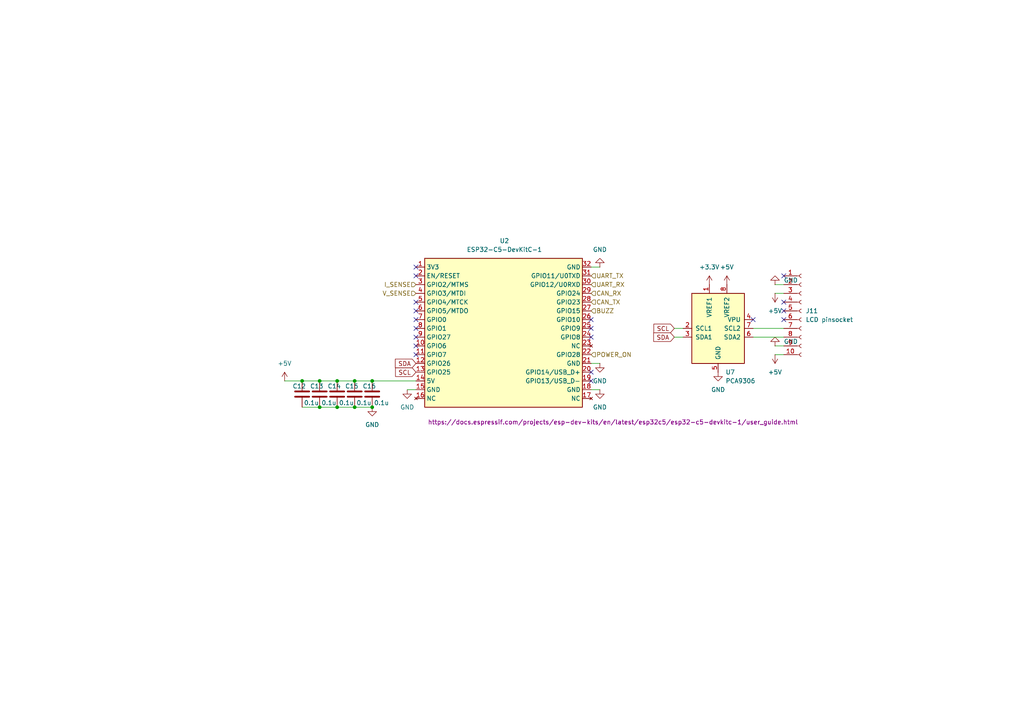
<source format=kicad_sch>
(kicad_sch (version 20250114) (generator "eeschema") (generator_version "9.0")
  (paper "A4")
  (lib_symbols
    (symbol "Connector:Conn_01x10_Socket" (pin_names (offset 1.016) (hide yes))
      (property "Reference" "J" (at 0 12.7 0))
      (property "Value" "Conn_01x10_Socket" (at 0 -15.24 0))
      (symbol "Conn_01x10_Socket_1_1"
        (polyline (pts (xy -1.27 10.16) (xy -0.508 10.16)) (stroke (width 0.1524)))
        (polyline (pts (xy -1.27 7.62) (xy -0.508 7.62)) (stroke (width 0.1524)))
        (polyline (pts (xy -1.27 5.08) (xy -0.508 5.08)) (stroke (width 0.1524)))
        (polyline (pts (xy -1.27 2.54) (xy -0.508 2.54)) (stroke (width 0.1524)))
        (polyline (pts (xy -1.27 0) (xy -0.508 0)) (stroke (width 0.1524)))
        (polyline (pts (xy -1.27 -2.54) (xy -0.508 -2.54)) (stroke (width 0.1524)))
        (polyline (pts (xy -1.27 -5.08) (xy -0.508 -5.08)) (stroke (width 0.1524)))
        (polyline (pts (xy -1.27 -7.62) (xy -0.508 -7.62)) (stroke (width 0.1524)))
        (polyline (pts (xy -1.27 -10.16) (xy -0.508 -10.16)) (stroke (width 0.1524)))
        (polyline (pts (xy -1.27 -12.7) (xy -0.508 -12.7)) (stroke (width 0.1524)))
        (arc (start 0 9.652) (mid -0.5058 10.16) (end 0 10.668) (stroke (width 0.1524)))
        (arc (start 0 7.112) (mid -0.5058 7.62) (end 0 8.128) (stroke (width 0.1524)))
        (arc (start 0 4.572) (mid -0.5058 5.08) (end 0 5.588) (stroke (width 0.1524)))
        (arc (start 0 2.032) (mid -0.5058 2.54) (end 0 3.048) (stroke (width 0.1524)))
        (arc (start 0 -0.508) (mid -0.5058 0) (end 0 0.508) (stroke (width 0.1524)))
        (arc (start 0 -3.048) (mid -0.5058 -2.54) (end 0 -2.032) (stroke (width 0.1524)))
        (arc (start 0 -5.588) (mid -0.5058 -5.08) (end 0 -4.572) (stroke (width 0.1524)))
        (arc (start 0 -8.128) (mid -0.5058 -7.62) (end 0 -7.112) (stroke (width 0.1524)))
        (arc (start 0 -10.668) (mid -0.5058 -10.16) (end 0 -9.652) (stroke (width 0.1524)))
        (arc (start 0 -13.208) (mid -0.5058 -12.7) (end 0 -12.192) (stroke (width 0.1524)))
        (pin passive line (at -5.08 10.16 0) (length 3.81) (name "Pin_1") (number "1"))
        (pin passive line (at -5.08 7.62 0) (length 3.81) (name "Pin_2") (number "2"))
        (pin passive line (at -5.08 5.08 0) (length 3.81) (name "Pin_3") (number "3"))
        (pin passive line (at -5.08 2.54 0) (length 3.81) (name "Pin_4") (number "4"))
        (pin passive line (at -5.08 0 0) (length 3.81) (name "Pin_5") (number "5"))
        (pin passive line (at -5.08 -2.54 0) (length 3.81) (name "Pin_6") (number "6"))
        (pin passive line (at -5.08 -5.08 0) (length 3.81) (name "Pin_7") (number "7"))
        (pin passive line (at -5.08 -7.62 0) (length 3.81) (name "Pin_8") (number "8"))
        (pin passive line (at -5.08 -10.16 0) (length 3.81) (name "Pin_9") (number "9"))
        (pin passive line (at -5.08 -12.7 0) (length 3.81) (name "Pin_10") (number "10"))
      )
    )
    (symbol "Device:C" (pin_numbers (hide yes)) (pin_names (offset 0.254))
      (property "Reference" "C" (at 0.635 2.54 0))
      (property "Value" "C" (at 0.635 -2.54 0))
      (symbol "C_0_1"
        (polyline (pts (xy -2.032 0.762) (xy 2.032 0.762)) (stroke (width 0.508)))
        (polyline (pts (xy -2.032 -0.762) (xy 2.032 -0.762)) (stroke (width 0.508)))
      )
      (symbol "C_1_1"
        (pin passive line (at 0 3.81 270) (length 2.794) (name "~") (number "1"))
        (pin passive line (at 0 -3.81 90) (length 2.794) (name "~") (number "2"))
      )
    )
    (symbol "Espressif:ESP32-C5-DevKitC-1"
      (property "Reference" "U" (at -22.352 -0.254 0))
      (property "Value" "ESP32-C5-DevKitC-1" (at -11.938 -2.286 0))
      (property "Datasheet" "https://docs.espressif.com/projects/esp-dev-kits/en/latest/esp32c5/esp32-c5-devkitc-1/user_guide.html" (at 2.032 -54.61 0))
      (symbol "ESP32-C5-DevKitC-1_0_1"
        (rectangle (start -22.86 -3.81) (end 22.86 -46.99) (stroke (width 0.254)) (fill (type background)))
      )
      (symbol "ESP32-C5-DevKitC-1_1_0"
        (pin input line (at -25.4 -8.89 0) (length 2.54) (name "EN/RESET") (number "2"))
        (pin power_in line (at -25.4 -39.37 0) (length 2.54) (name "5V") (number "14"))
      )
      (symbol "ESP32-C5-DevKitC-1_1_1"
        (pin power_in line (at -25.4 -6.35 0) (length 2.54) (name "3V3") (number "1"))
        (pin bidirectional line (at -25.4 -11.43 0) (length 2.54) (name "GPIO2/MTMS") (number "3"))
        (pin bidirectional line (at -25.4 -13.97 0) (length 2.54) (name "GPIO3/MTDI") (number "4"))
        (pin bidirectional line (at -25.4 -16.51 0) (length 2.54) (name "GPIO4/MTCK") (number "5"))
        (pin bidirectional line (at -25.4 -19.05 0) (length 2.54) (name "GPIO5/MTDO") (number "6"))
        (pin bidirectional line (at -25.4 -21.59 0) (length 2.54) (name "GPIO0") (number "7"))
        (pin bidirectional line (at -25.4 -24.13 0) (length 2.54) (name "GPIO1") (number "8"))
        (pin bidirectional line (at -25.4 -26.67 0) (length 2.54) (name "GPIO27") (number "9"))
        (pin bidirectional line (at -25.4 -29.21 0) (length 2.54) (name "GPIO6") (number "10"))
        (pin bidirectional line (at -25.4 -31.75 0) (length 2.54) (name "GPIO7") (number "11"))
        (pin bidirectional line (at -25.4 -34.29 0) (length 2.54) (name "GPIO26") (number "12"))
        (pin bidirectional line (at -25.4 -36.83 0) (length 2.54) (name "GPIO25") (number "13"))
        (pin power_in line (at -25.4 -41.91 0) (length 2.54) (name "GND") (number "15"))
        (pin no_connect line (at -25.4 -44.45 0) (length 2.54) (name "NC") (number "16"))
        (pin power_in line (at 25.4 -6.35 180) (length 2.54) (name "GND") (number "32"))
        (pin bidirectional line (at 25.4 -8.89 180) (length 2.54) (name "GPIO11/U0TXD") (number "31"))
        (pin bidirectional line (at 25.4 -11.43 180) (length 2.54) (name "GPIO12/U0RXD") (number "30"))
        (pin bidirectional line (at 25.4 -13.97 180) (length 2.54) (name "GPIO24") (number "29"))
        (pin bidirectional line (at 25.4 -16.51 180) (length 2.54) (name "GPIO23") (number "28"))
        (pin bidirectional line (at 25.4 -19.05 180) (length 2.54) (name "GPIO15") (number "27"))
        (pin bidirectional line (at 25.4 -21.59 180) (length 2.54) (name "GPIO10") (number "26"))
        (pin bidirectional line (at 25.4 -24.13 180) (length 2.54) (name "GPIO9") (number "25"))
        (pin bidirectional line (at 25.4 -26.67 180) (length 2.54) (name "GPIO8") (number "24"))
        (pin no_connect line (at 25.4 -29.21 180) (length 2.54) (name "NC") (number "23"))
        (pin bidirectional line (at 25.4 -31.75 180) (length 2.54) (name "GPIO28") (number "22"))
        (pin power_in line (at 25.4 -34.29 180) (length 2.54) (name "GND") (number "21"))
        (pin bidirectional line (at 25.4 -36.83 180) (length 2.54) (name "GPIO14/USB_D+") (number "20"))
        (pin bidirectional line (at 25.4 -39.37 180) (length 2.54) (name "GPIO13/USB_D-") (number "19"))
        (pin power_in line (at 25.4 -41.91 180) (length 2.54) (name "GND") (number "18"))
        (pin no_connect line (at 25.4 -44.45 180) (length 2.54) (name "NC") (number "17"))
      )
    )
    (symbol "Interface:PCA9306" (pin_names (offset 1.016))
      (property "Reference" "U7" (at 2.1433 -12.7 0))
      (property "Value" "PCA9306" (at 2.1433 -15.24 0))
      (symbol "PCA9306_0_1"
        (rectangle (start -7.62 10.16) (end 7.62 -10.16) (stroke (width 0.254)) (fill (type background)))
      )
      (symbol "PCA9306_1_1"
        (pin bidirectional line (at -10.16 0 0) (length 2.54) (name "SCL1") (number "2"))
        (pin bidirectional line (at -10.16 -2.54 0) (length 2.54) (name "SDA1") (number "3"))
        (pin power_in line (at -2.54 12.7 270) (length 2.54) (name "VREF1") (number "1"))
        (pin power_in line (at 0 -12.7 90) (length 2.54) (name "GND") (number "5"))
        (pin power_in line (at 2.54 12.7 270) (length 2.54) (name "VREF2") (number "8"))
        (pin input line (at 10.16 2.54 180) (length 2.54) (name "VPU") (number "4"))
        (pin bidirectional line (at 10.16 0 180) (length 2.54) (name "SCL2") (number "7"))
        (pin bidirectional line (at 10.16 -2.54 180) (length 2.54) (name "SDA2") (number "6"))
      )
    )
    (symbol "power:+3.3V" (power) (pin_numbers (hide yes)) (pin_names (offset 0) (hide yes))
      (property "Value" "+3.3V" (at 0 3.556 0))
      (symbol "+3.3V_0_1"
        (polyline (pts (xy -0.762 1.27) (xy 0 2.54)))
        (polyline (pts (xy 0 2.54) (xy 0.762 1.27)))
        (polyline (pts (xy 0 0) (xy 0 2.54)))
      )
      (symbol "+3.3V_1_1"
        (pin power_in line (at 0 0 90) (length 0) (name "~") (number "1"))
      )
    )
    (symbol "power:+5V" (power) (pin_numbers (hide yes)) (pin_names (offset 0) (hide yes))
      (property "Value" "+5V" (at 0 3.556 0))
      (symbol "+5V_0_1"
        (polyline (pts (xy -0.762 1.27) (xy 0 2.54)))
        (polyline (pts (xy 0 2.54) (xy 0.762 1.27)))
        (polyline (pts (xy 0 0) (xy 0 2.54)))
      )
      (symbol "+5V_1_1"
        (pin power_in line (at 0 0 90) (length 0) (name "~") (number "1"))
      )
    )
    (symbol "power:GND" (power) (pin_numbers (hide yes)) (pin_names (offset 0) (hide yes))
      (property "Value" "GND" (at 0 -3.81 0))
      (symbol "GND_0_1"
        (polyline (pts (xy 0 0) (xy 0 -1.27) (xy 1.27 -1.27) (xy 0 -2.54) (xy -1.27 -1.27) (xy 0 -1.27)))
      )
      (symbol "GND_1_1"
        (pin power_in line (at 0 0 270) (length 0) (name "~") (number "1"))
      )
    )
  )
  (junction (at 92.71 110.49))
  (junction (at 97.79 110.49))
  (junction (at 107.95 118.11))
  (junction (at 102.87 118.11))
  (junction (at 102.87 110.49))
  (junction (at 107.95 110.49))
  (junction (at 87.63 110.49))
  (junction (at 92.71 118.11))
  (junction (at 97.79 118.11))
  (no_connect (at 120.65 77.47))
  (no_connect (at 120.65 97.79))
  (no_connect (at 120.65 100.33))
  (no_connect (at 227.33 92.71))
  (no_connect (at 227.33 90.17))
  (no_connect (at 120.65 92.71))
  (no_connect (at 171.45 97.79))
  (no_connect (at 227.33 87.63))
  (no_connect (at 171.45 107.95))
  (no_connect (at 120.65 87.63))
  (no_connect (at 120.65 102.87))
  (no_connect (at 120.65 90.17))
  (no_connect (at 227.33 80.01))
  (no_connect (at 218.44 92.71))
  (no_connect (at 120.65 80.01))
  (no_connect (at 171.45 95.25))
  (no_connect (at 171.45 110.49))
  (no_connect (at 120.65 95.25))
  (no_connect (at 171.45 92.71))
  (wire (pts (xy 171.45 105.41) (xy 173.99 105.41)))
  (wire (pts (xy 195.58 95.25) (xy 198.12 95.25)))
  (wire (pts (xy 87.63 110.49) (xy 92.71 110.49)))
  (wire (pts (xy 224.79 100.33) (xy 227.33 100.33)))
  (wire (pts (xy 171.45 113.03) (xy 173.99 113.03)))
  (wire (pts (xy 173.99 77.47) (xy 171.45 77.47)))
  (wire (pts (xy 218.44 97.79) (xy 227.33 97.79)))
  (wire (pts (xy 97.79 118.11) (xy 102.87 118.11)))
  (wire (pts (xy 92.71 118.11) (xy 97.79 118.11)))
  (wire (pts (xy 218.44 95.25) (xy 227.33 95.25)))
  (wire (pts (xy 118.11 113.03) (xy 120.65 113.03)))
  (wire (pts (xy 102.87 110.49) (xy 97.79 110.49)))
  (wire (pts (xy 82.55 110.49) (xy 87.63 110.49)))
  (wire (pts (xy 224.79 102.87) (xy 227.33 102.87)))
  (wire (pts (xy 107.95 110.49) (xy 120.65 110.49)))
  (wire (pts (xy 102.87 118.11) (xy 107.95 118.11)))
  (wire (pts (xy 87.63 118.11) (xy 92.71 118.11)))
  (wire (pts (xy 224.79 82.55) (xy 227.33 82.55)))
  (wire (pts (xy 107.95 110.49) (xy 102.87 110.49)))
  (wire (pts (xy 92.71 110.49) (xy 97.79 110.49)))
  (wire (pts (xy 195.58 97.79) (xy 198.12 97.79)))
  (wire (pts (xy 224.79 85.09) (xy 227.33 85.09)))
  (global_label "SDA" (shape input) (at 120.65 105.41 180) (property "Intersheetrefs" "${INTERSHEET_REFS}" (effects (hide yes))))
  (global_label "SDA" (shape input) (at 195.58 97.79 180) (property "Intersheetrefs" "${INTERSHEET_REFS}" (effects (hide yes))))
  (global_label "SCL" (shape input) (at 195.58 95.25 180) (property "Intersheetrefs" "${INTERSHEET_REFS}" (effects (hide yes))))
  (global_label "SCL" (shape input) (at 120.65 107.95 180) (property "Intersheetrefs" "${INTERSHEET_REFS}" (effects (hide yes))))
  (hierarchical_label "UART_RX" (shape input) (at 171.45 82.55 0))
  (hierarchical_label "CAN_RX" (shape input) (at 171.45 85.09 0))
  (hierarchical_label "POWER_ON" (shape input) (at 171.45 102.87 0))
  (hierarchical_label "UART_TX" (shape input) (at 171.45 80.01 0))
  (hierarchical_label "I_SENSE" (shape input) (at 120.65 82.55 180))
  (hierarchical_label "CAN_TX" (shape input) (at 171.45 87.63 0))
  (hierarchical_label "V_SENSE" (shape input) (at 120.65 85.09 180))
  (hierarchical_label "BUZZ" (shape input) (at 171.45 90.17 0))
  (symbol (lib_id "power:GND") (at 173.99 113.03 0) (unit 1)
    (property "Reference" "#PWR040" (effects (hide yes)))
    (property "Value" "GND" (at 173.99 118.11 0))
    (property "Description" "Power symbol creates a global label with name \"GND\" , ground" (effects (hide yes)))
  )
  (symbol (lib_id "power:+5V") (at 210.82 82.55 0) (unit 1)
    (property "Reference" "#PWR070" (effects (hide yes)))
    (property "Value" "+5V" (at 210.82 77.47 0))
    (property "Description" "Power symbol creates a global label with name \"+5V\"" (effects (hide yes)))
  )
  (symbol (lib_id "Device:C") (at 87.63 114.3 0) (unit 1)
    (property "Reference" "C12" (at 84.836 112.014 0) (effects (justify left)))
    (property "Value" "0.1u" (at 88.138 116.84 0) (effects (justify left)))
    (property "Footprint" "Capacitor_SMD:C_0603_1608Metric" (effects (hide yes)))
    (property "Description" "Unpolarized capacitor" (effects (hide yes)))
  )
  (symbol (lib_id "power:+5V") (at 224.79 102.87 180) (unit 1)
    (property "Reference" "#PWR073" (effects (hide yes)))
    (property "Value" "+5V" (at 224.79 107.95 0))
    (property "Description" "Power symbol creates a global label with name \"+5V\"" (effects (hide yes)))
  )
  (symbol (lib_id "power:+3.3V") (at 205.74 82.55 0) (unit 1)
    (property "Reference" "#PWR071" (effects (hide yes)))
    (property "Value" "+3.3V" (at 205.74 77.47 0))
    (property "Description" "Power symbol creates a global label with name \"+3.3V\"" (effects (hide yes)))
  )
  (symbol (lib_id "power:GND") (at 173.99 77.47 180) (unit 1)
    (property "Reference" "#PWR035" (effects (hide yes)))
    (property "Value" "GND" (at 173.99 72.39 0))
    (property "Description" "Power symbol creates a global label with name \"GND\" , ground" (effects (hide yes)))
  )
  (symbol (lib_id "Connector:Conn_01x10_Socket") (at 232.41 90.17 0) (unit 1)
    (property "Reference" "J11" (at 233.68 90.1699 0) (effects (justify left)))
    (property "Value" "LCD pinsocket" (at 233.68 92.7099 0) (effects (justify left)))
    (property "Footprint" "Connector_PinSocket_2.54mm:PinSocket_1x10_P2.54mm_Vertical" (effects (hide yes)))
    (property "Description" "Generic connector, single row, 01x10, script generated" (effects (hide yes)))
  )
  (symbol (lib_id "Device:C") (at 97.79 114.3 0) (unit 1)
    (property "Reference" "C14" (at 94.996 112.014 0) (effects (justify left)))
    (property "Value" "0.1u" (at 98.298 116.84 0) (effects (justify left)))
    (property "Footprint" "Capacitor_SMD:C_0603_1608Metric" (effects (hide yes)))
    (property "Description" "Unpolarized capacitor" (effects (hide yes)))
  )
  (symbol (lib_id "Interface:PCA9306") (at 208.28 95.25 0) (unit 1)
    (property "Reference" "U7" (at 210.4233 107.95 0) (effects (justify left)))
    (property "Value" "PCA9306" (at 210.4233 110.49 0) (effects (justify left)))
    (property "Footprint" "Package_DIP:DIP-8_W10.16mm" (effects (hide yes)))
    (property "Datasheet" "http://www.ti.com/lit/ds/symlink/pca9306.pdf" (effects (hide yes)))
    (property "Description" "Dual bidirectional I2C Bus and SMBus voltage level translator" (effects (hide yes)))
  )
  (symbol (lib_id "Device:C") (at 102.87 114.3 0) (unit 1)
    (property "Reference" "C15" (at 100.076 112.014 0) (effects (justify left)))
    (property "Value" "0.1u" (at 103.378 116.84 0) (effects (justify left)))
    (property "Footprint" "Capacitor_SMD:C_0603_1608Metric" (effects (hide yes)))
    (property "Description" "Unpolarized capacitor" (effects (hide yes)))
  )
  (symbol (lib_id "power:+5V") (at 82.55 110.49 0) (unit 1)
    (property "Reference" "#PWR033" (effects (hide yes)))
    (property "Value" "+5V" (at 82.55 105.41 0))
    (property "Description" "Power symbol creates a global label with name \"+5V\"" (effects (hide yes)))
  )
  (symbol (lib_id "power:GND") (at 208.28 107.95 0) (unit 1)
    (property "Reference" "#PWR069" (effects (hide yes)))
    (property "Value" "GND" (at 208.28 113.03 0))
    (property "Description" "Power symbol creates a global label with name \"GND\" , ground" (effects (hide yes)))
  )
  (symbol (lib_id "power:GND") (at 118.11 113.03 0) (unit 1)
    (property "Reference" "#PWR062" (effects (hide yes)))
    (property "Value" "GND" (at 118.11 118.11 0))
    (property "Description" "Power symbol creates a global label with name \"GND\" , ground" (effects (hide yes)))
  )
  (symbol (lib_id "power:+5V") (at 224.79 85.09 180) (unit 1)
    (property "Reference" "#PWR065" (effects (hide yes)))
    (property "Value" "+5V" (at 224.79 90.17 0))
    (property "Description" "Power symbol creates a global label with name \"+5V\"" (effects (hide yes)))
  )
  (symbol (lib_id "power:GND") (at 224.79 82.55 180) (unit 1)
    (property "Reference" "#PWR064" (effects (hide yes)))
    (property "Value" "GND" (at 227.33 81.2799 0) (effects (justify right)))
    (property "Description" "Power symbol creates a global label with name \"GND\" , ground" (effects (hide yes)))
  )
  (symbol (lib_id "Device:C") (at 92.71 114.3 0) (unit 1)
    (property "Reference" "C13" (at 89.916 112.014 0) (effects (justify left)))
    (property "Value" "0.1u" (at 93.218 116.84 0) (effects (justify left)))
    (property "Footprint" "Capacitor_SMD:C_0603_1608Metric" (effects (hide yes)))
    (property "Description" "Unpolarized capacitor" (effects (hide yes)))
  )
  (symbol (lib_id "Espressif:ESP32-C5-DevKitC-1") (at 146.05 71.12 0) (unit 1)
    (property "Reference" "U2" (at 146.304 69.85 0))
    (property "Value" "ESP32-C5-DevKitC-1" (at 146.304 72.39 0))
    (property "Footprint" "PCM_Espressif:ESP32-C5-DevKitC-1" (effects (hide yes)))
    (property "Datasheet" "https://docs.espressif.com/projects/esp-dev-kits/en/latest/esp32c5/esp32-c5-devkitc-1/user_guide.html" (at 177.8 122.428 0))
  )
  (symbol (lib_id "Device:C") (at 107.95 114.3 0) (unit 1)
    (property "Reference" "C16" (at 105.156 112.014 0) (effects (justify left)))
    (property "Value" "0.1u" (at 108.458 116.84 0) (effects (justify left)))
    (property "Footprint" "Capacitor_SMD:C_0603_1608Metric" (effects (hide yes)))
    (property "Description" "Unpolarized capacitor" (effects (hide yes)))
  )
  (symbol (lib_id "power:GND") (at 224.79 100.33 180) (unit 1)
    (property "Reference" "#PWR072" (effects (hide yes)))
    (property "Value" "GND" (at 227.33 99.0599 0) (effects (justify right)))
    (property "Description" "Power symbol creates a global label with name \"GND\" , ground" (effects (hide yes)))
  )
  (symbol (lib_id "power:GND") (at 173.99 105.41 0) (unit 1)
    (property "Reference" "#PWR063" (effects (hide yes)))
    (property "Value" "GND" (at 173.99 110.49 0))
    (property "Description" "Power symbol creates a global label with name \"GND\" , ground" (effects (hide yes)))
  )
  (symbol (lib_id "power:GND") (at 107.95 118.11 0) (unit 1)
    (property "Reference" "#PWR034" (effects (hide yes)))
    (property "Value" "GND" (at 107.95 123.19 0))
    (property "Description" "Power symbol creates a global label with name \"GND\" , ground" (effects (hide yes)))
  )
)
</source>
